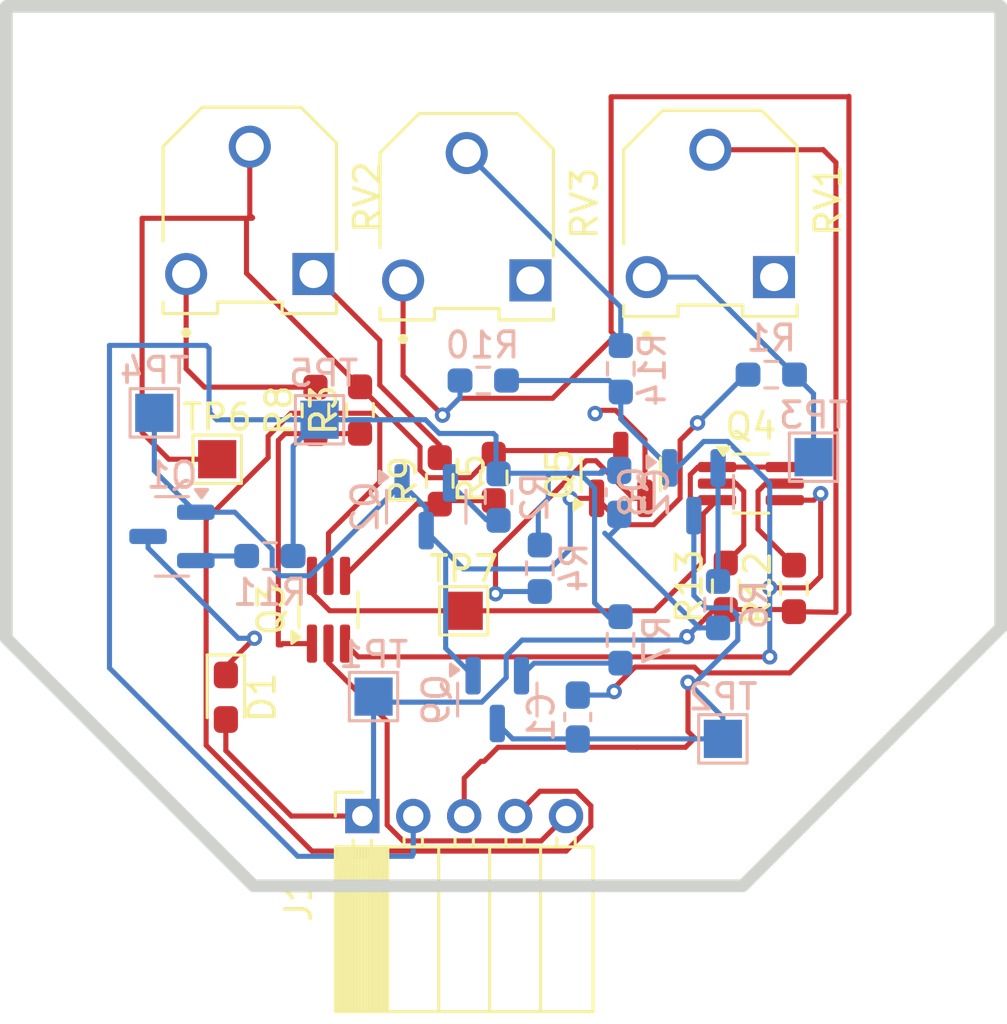
<source format=kicad_pcb>
(kicad_pcb (version 20240108) (generator "pcbnew") (generator_version "8.0")
  (layers (0 "F.Cu" signal) (31 "B.Cu" signal) (34 "B.Paste" user) (35 "F.Paste" user) (36 "B.SilkS" user "B.Silkscreen") (37 "F.SilkS" user "F.Silkscreen") (38 "B.Mask" user) (39 "F.Mask" user) (44 "Edge.Cuts" user))
  (net 0 "")
  (net 1 "OUT")
  (net 2 "Net-(C1-Pad1)")
  (net 3 "VDD")
  (net 4 "VSS")
  (net 5 "Net-(D1-K)")
  (net 6 "V+")
  (net 7 "V-")
  (net 8 "Net-(Q1-G)")
  (net 9 "Net-(Q1-S)")
  (net 10 "Net-(Q2-S)")
  (net 11 "/mirror")
  (net 12 "/difference")
  (net 13 "Net-(Q3B-SP)")
  (net 14 "Net-(Q3A-SN)")
  (net 15 "Net-(Q4B-SP)")
  (net 16 "Net-(Q4A-DN)")
  (net 17 "Net-(Q5-S)")
  (net 18 "/tail")
  (net 19 "Net-(Q8-D)")
  (net 20 "Net-(Q9-S)")
  (net 21 "/trim")
  (net 22 "Net-(R8-Pad2)")
  (net 23 "Net-(R9-Pad2)")
  (net 24 "Net-(R14-Pad2)")
  (footprint "Resistor_SMD:R_0603_1608Metric_Pad0.98x0.95mm_HandSolder" (layer "F.Cu") (at 130.48 63.48 90)
    (property "Reference" "R9" (at 0 -1.43 90) (layer "F.SilkS"))
    (property "Value" "100")
    (pad "1" smd roundrect (at -0.9125 0 90) (size 0.975 0.95) (layers "F.Cu" "F.Paste" "F.Mask") (net 13 "Net-(Q3B-SP)"))
    (pad "2" smd roundrect (at 0.9125 0 90) (size 0.975 0.95) (layers "F.Cu" "F.Paste" "F.Mask") (net 23 "Net-(R9-Pad2)"))
  )
  (footprint "Connector_PinSocket_2.00mm:PinSocket_1x05_P2.00mm_Horizontal" (layer "F.Cu") (at 127.44 76.64 90)
    (property "Reference" "J1" (at -3.31 -2.5 90) (layer "F.SilkS"))
    (property "Value" "Conn_01x05")
    (pad "1" thru_hole rect (at 0 0 90) (size 1.35 1.35) (drill 0.8) (layers "*.Cu" "*.Mask") (net 3 "VDD"))
    (pad "2" thru_hole oval (at 0 2 90) (size 1.35 1.35) (drill 0.8) (layers "*.Cu" "*.Mask") (net 4 "VSS"))
    (pad "3" thru_hole oval (at 0 4 90) (size 1.35 1.35) (drill 0.8) (layers "*.Cu" "*.Mask") (net 1 "OUT"))
    (pad "4" thru_hole oval (at 0 6 90) (size 1.35 1.35) (drill 0.8) (layers "*.Cu" "*.Mask") (net 6 "V+"))
    (pad "5" thru_hole oval (at 0 8 90) (size 1.35 1.35) (drill 0.8) (layers "*.Cu" "*.Mask") (net 7 "V-"))
  )
  (footprint "Diode_SMD:D_0603_1608Metric_Pad1.05x0.95mm_HandSolder" (layer "F.Cu") (at 122.08 71.975 -90)
    (property "Reference" "D1" (at 0 -1.43 90) (layer "F.SilkS"))
    (property "Value" "LED")
    (pad "1" smd roundrect (at -0.875 0 270) (size 1.05 0.95) (layers "F.Cu" "F.Paste" "F.Mask") (net 5 "Net-(D1-K)"))
    (pad "2" smd roundrect (at 0.875 0 270) (size 1.05 0.95) (layers "F.Cu" "F.Paste" "F.Mask") (net 3 "VDD"))
  )
  (footprint "Resistor_SMD:R_0603_1608Metric_Pad0.98x0.95mm_HandSolder" (layer "F.Cu") (at 141.7125 67.62 90)
    (property "Reference" "R13" (at 0 -1.43 90) (layer "F.SilkS"))
    (property "Value" "10")
    (pad "1" smd roundrect (at -0.9125 0 90) (size 0.975 0.95) (layers "F.Cu" "F.Paste" "F.Mask") (net 3 "VDD"))
    (pad "2" smd roundrect (at 0.9125 0 90) (size 0.975 0.95) (layers "F.Cu" "F.Paste" "F.Mask") (net 15 "Net-(Q4B-SP)"))
  )
  (footprint "AAMU Senior Design 2024-25:TRIM_3306F-1-501" (layer "F.Cu") (at 123.02 52.86 -90)
    (property "Reference" "RV2" (at -0.525 -4.625 90) (layer "F.SilkS"))
    (property "Value" "-500Ω")
    (pad "1" thru_hole rect (at 2.5 -2.5 270) (size 1.65 1.65) (drill 1.1) (layers "*.Cu" "*.Mask") (net 23 "Net-(R9-Pad2)"))
    (pad "2" thru_hole circle (at -2.5 0 270) (size 1.65 1.65) (drill 1.1) (layers "*.Cu" "*.Mask") (net 18 "/tail"))
    (pad "3" thru_hole circle (at 2.5 2.5 270) (size 1.65 1.65) (drill 1.1) (layers "*.Cu" "*.Mask") (net 22 "Net-(R8-Pad2)"))
  )
  (footprint "Resistor_SMD:R_0603_1608Metric_Pad0.98x0.95mm_HandSolder" (layer "F.Cu") (at 144.39 67.7025 90)
    (property "Reference" "R12" (at 0 -1.43 90) (layer "F.SilkS"))
    (property "Value" "10")
    (pad "1" smd roundrect (at -0.9125 0 90) (size 0.975 0.95) (layers "F.Cu" "F.Paste" "F.Mask") (net 3 "VDD"))
    (pad "2" smd roundrect (at 0.9125 0 90) (size 0.975 0.95) (layers "F.Cu" "F.Paste" "F.Mask") (net 16 "Net-(Q4A-DN)"))
  )
  (footprint "Resistor_SMD:R_0603_1608Metric_Pad0.98x0.95mm_HandSolder" (layer "F.Cu") (at 132.6 63.3425 90)
    (property "Reference" "R5" (at -0.0475 -0.88 90) (layer "F.SilkS"))
    (property "Value" "220")
    (pad "1" smd roundrect (at -0.9125 0 90) (size 0.975 0.95) (layers "F.Cu" "F.Paste" "F.Mask") (net 13 "Net-(Q3B-SP)"))
    (pad "2" smd roundrect (at 0.9125 0 90) (size 0.975 0.95) (layers "F.Cu" "F.Paste" "F.Mask") (net 18 "/tail"))
  )
  (footprint "Resistor_SMD:R_0603_1608Metric_Pad0.98x0.95mm_HandSolder" (layer "F.Cu") (at 127.35 60.7 90)
    (property "Reference" "R3" (at 0 -1.43 90) (layer "F.SilkS"))
    (property "Value" "220")
    (pad "1" smd roundrect (at -0.9125 0 90) (size 0.975 0.95) (layers "F.Cu" "F.Paste" "F.Mask") (net 14 "Net-(Q3A-SN)"))
    (pad "2" smd roundrect (at 0.9125 0 90) (size 0.975 0.95) (layers "F.Cu" "F.Paste" "F.Mask") (net 18 "/tail"))
  )
  (footprint "Package_TO_SOT_SMD:SOT-363_SC-70-6_Handsoldering" (layer "F.Cu") (at 126.11 68.54 90)
    (property "Reference" "Q3" (at 0 -2.25 90) (layer "F.SilkS"))
    (property "Value" "DMN2004DMK-7")
    (pad "1" smd roundrect (at -1.33 -0.65 90) (size 1.5 0.4) (layers "F.Cu" "F.Paste" "F.Mask") (net 14 "Net-(Q3A-SN)"))
    (pad "2" smd roundrect (at -1.33 0 90) (size 1.5 0.4) (layers "F.Cu" "F.Paste" "F.Mask") (net 7 "V-"))
    (pad "3" smd roundrect (at -1.33 0.65 90) (size 1.5 0.4) (layers "F.Cu" "F.Paste" "F.Mask") (net 12 "/difference"))
    (pad "4" smd roundrect (at 1.33 0.65 90) (size 1.5 0.4) (layers "F.Cu" "F.Paste" "F.Mask") (net 13 "Net-(Q3B-SP)"))
    (pad "5" smd roundrect (at 1.33 0 90) (size 1.5 0.4) (layers "F.Cu" "F.Paste" "F.Mask") (net 6 "V+"))
    (pad "6" smd roundrect (at 1.33 -0.65 90) (size 1.5 0.4) (layers "F.Cu" "F.Paste" "F.Mask") (net 11 "/mirror"))
  )
  (footprint "Package_TO_SOT_SMD:SOT-23" (layer "F.Cu") (at 137.59 63.2275 90)
    (property "Reference" "Q5" (at 0 -2.4 90) (layer "F.SilkS"))
    (property "Value" "DMN62DOU")
    (pad "1" smd roundrect (at -0.9375 -0.95 90) (size 1.475 0.6) (layers "F.Cu" "F.Paste" "F.Mask") (net 8 "Net-(Q1-G)"))
    (pad "2" smd roundrect (at -0.9375 0.95 90) (size 1.475 0.6) (layers "F.Cu" "F.Paste" "F.Mask") (net 17 "Net-(Q5-S)"))
    (pad "3" smd roundrect (at 0.9375 0 90) (size 1.475 0.6) (layers "F.Cu" "F.Paste" "F.Mask") (net 18 "/tail"))
  )
  (footprint "AAMU Senior Design 2024-25:TRIM_3306F-1-501" (layer "F.Cu") (at 131.54 53.11 -90)
    (property "Reference" "RV3" (at -0.525 -4.625 90) (layer "F.SilkS"))
    (property "Value" "-500Ω")
    (pad "1" thru_hole rect (at 2.5 -2.5 270) (size 1.65 1.65) (drill 1.1) (layers "*.Cu" "*.Mask"))
    (pad "2" thru_hole circle (at -2.5 0 270) (size 1.65 1.65) (drill 1.1) (layers "*.Cu" "*.Mask") (net 24 "Net-(R14-Pad2)"))
    (pad "3" thru_hole circle (at 2.5 2.5 270) (size 1.65 1.65) (drill 1.1) (layers "*.Cu" "*.Mask") (net 2 "Net-(C1-Pad1)"))
  )
  (footprint "Resistor_SMD:R_0603_1608Metric_Pad0.98x0.95mm_HandSolder" (layer "F.Cu") (at 125.6 60.7125 90)
    (property "Reference" "R8" (at 0 -1.43 90) (layer "F.SilkS"))
    (property "Value" "100")
    (pad "1" smd roundrect (at -0.9125 0 90) (size 0.975 0.95) (layers "F.Cu" "F.Paste" "F.Mask") (net 14 "Net-(Q3A-SN)"))
    (pad "2" smd roundrect (at 0.9125 0 90) (size 0.975 0.95) (layers "F.Cu" "F.Paste" "F.Mask") (net 22 "Net-(R8-Pad2)"))
  )
  (footprint "TestPoint:TestPoint_Pad_1.5x1.5mm" (layer "F.Cu") (at 131.42 68.58)
    (property "Reference" "TP7" (at 0 -1.648 0) (layer "F.SilkS"))
    (property "Value" "TestPoint")
    (pad "1" smd rect (at 0 0) (size 1.5 1.5) (layers "F.Cu" "F.Mask") (net 11 "/mirror"))
  )
  (footprint "AAMU Senior Design 2024-25:TRIM_3306F-1-501" (layer "F.Cu") (at 141.11 52.98 -90)
    (property "Reference" "RV1" (at -0.525 -4.625 90) (layer "F.SilkS"))
    (property "Value" "500Ω")
    (pad "1" thru_hole rect (at 2.5 -2.5 270) (size 1.65 1.65) (drill 1.1) (layers "*.Cu" "*.Mask"))
    (pad "2" thru_hole circle (at -2.5 0 270) (size 1.65 1.65) (drill 1.1) (layers "*.Cu" "*.Mask") (net 3 "VDD"))
    (pad "3" thru_hole circle (at 2.5 2.5 270) (size 1.65 1.65) (drill 1.1) (layers "*.Cu" "*.Mask") (net 21 "/trim"))
  )
  (footprint "Package_TO_SOT_SMD:SOT-363_SC-70-6_Handsoldering" (layer "F.Cu") (at 142.7 63.5875)
    (property "Reference" "Q4" (at 0 -2.25 0) (layer "F.SilkS"))
    (property "Value" "DMP2240UDM-7")
    (pad "1" smd roundrect (at -1.33 -0.65) (size 1.5 0.4) (layers "F.Cu" "F.Paste" "F.Mask") (net 11 "/mirror"))
    (pad "2" smd roundrect (at -1.33 0) (size 1.5 0.4) (layers "F.Cu" "F.Paste" "F.Mask") (net 15 "Net-(Q4B-SP)"))
    (pad "3" smd roundrect (at -1.33 0.65) (size 1.5 0.4) (layers "F.Cu" "F.Paste" "F.Mask") (net 11 "/mirror"))
    (pad "4" smd roundrect (at 1.33 0.65) (size 1.5 0.4) (layers "F.Cu" "F.Paste" "F.Mask") (net 12 "/difference"))
    (pad "5" smd roundrect (at 1.33 0) (size 1.5 0.4) (layers "F.Cu" "F.Paste" "F.Mask") (net 16 "Net-(Q4A-DN)"))
    (pad "6" smd roundrect (at 1.33 -0.65) (size 1.5 0.4) (layers "F.Cu" "F.Paste" "F.Mask") (net 11 "/mirror"))
  )
  (footprint "TestPoint:TestPoint_Pad_1.5x1.5mm" (layer "F.Cu") (at 121.74 62.63)
    (property "Reference" "TP6" (at 0 -1.648 0) (layer "F.SilkS"))
    (property "Value" "TestPoint")
    (pad "1" smd rect (at 0 0) (size 1.5 1.5) (layers "F.Cu" "F.Mask") (net 18 "/tail"))
  )
  (footprint "Resistor_SMD:R_0603_1608Metric_Pad0.98x0.95mm_HandSolder" (layer "B.Cu") (at 134.41 66.9125 90)
    (property "Reference" "R4" (at 0.0375 1.35 90) (layer "B.SilkS") (effects (justify mirror)))
    (property "Value" "10")
    (pad "1" smd roundrect (at -0.9125 0 90) (size 0.975 0.95) (layers "B.Cu" "B.Paste" "B.Mask") (net 17 "Net-(Q5-S)"))
    (pad "2" smd roundrect (at 0.9125 0 90) (size 0.975 0.95) (layers "B.Cu" "B.Paste" "B.Mask") (net 4 "VSS"))
  )
  (footprint "Resistor_SMD:R_0603_1608Metric_Pad0.98x0.95mm_HandSolder" (layer "B.Cu") (at 143.5 59.31 180)
    (property "Reference" "R1" (at 0 1.43 0) (layer "B.SilkS") (effects (justify mirror)))
    (property "Value" "680Ω")
    (pad "1" smd roundrect (at -0.9125 0 180) (size 0.975 0.95) (layers "B.Cu" "B.Paste" "B.Mask") (net 21 "/trim"))
    (pad "2" smd roundrect (at 0.9125 0 180) (size 0.975 0.95) (layers "B.Cu" "B.Paste" "B.Mask") (net 8 "Net-(Q1-G)"))
  )
  (footprint "Resistor_SMD:R_0603_1608Metric_Pad0.98x0.95mm_HandSolder" (layer "B.Cu") (at 132.79 64.1175 90)
    (property "Reference" "R2" (at 0 1.43 90) (layer "B.SilkS") (effects (justify mirror)))
    (property "Value" "10")
    (pad "1" smd roundrect (at -0.9125 0 90) (size 0.975 0.95) (layers "B.Cu" "B.Paste" "B.Mask") (net 10 "Net-(Q2-S)"))
    (pad "2" smd roundrect (at 0.9125 0 90) (size 0.975 0.95) (layers "B.Cu" "B.Paste" "B.Mask") (net 4 "VSS"))
  )
  (footprint "TestPoint:TestPoint_Pad_1.5x1.5mm" (layer "B.Cu") (at 141.6 73.61 180)
    (property "Reference" "TP2" (at 0 1.648 0) (layer "B.SilkS") (effects (justify mirror)))
    (property "Value" "TestPoint")
    (pad "1" smd rect (at 0 0 180) (size 1.5 1.5) (layers "B.Cu" "B.Mask") (net 1 "OUT"))
  )
  (footprint "Package_TO_SOT_SMD:SOT-23" (layer "B.Cu") (at 132.74 72.0675 -90)
    (property "Reference" "Q9" (at 0 2.4 90) (layer "B.SilkS") (effects (justify mirror)))
    (property "Value" "DMN62DOU")
    (pad "1" smd roundrect (at -0.9375 0.95 270) (size 1.475 0.6) (layers "B.Cu" "B.Paste" "B.Mask") (net 8 "Net-(Q1-G)"))
    (pad "2" smd roundrect (at -0.9375 -0.95 270) (size 1.475 0.6) (layers "B.Cu" "B.Paste" "B.Mask") (net 20 "Net-(Q9-S)"))
    (pad "3" smd roundrect (at 0.9375 0 270) (size 1.475 0.6) (layers "B.Cu" "B.Paste" "B.Mask") (net 1 "OUT"))
  )
  (footprint "Resistor_SMD:R_0603_1608Metric_Pad0.98x0.95mm_HandSolder" (layer "B.Cu") (at 141.41 68.34 90)
    (property "Reference" "R6" (at 0 1.43 90) (layer "B.SilkS") (effects (justify mirror)))
    (property "Value" "10")
    (pad "1" smd roundrect (at -0.9125 0 90) (size 0.975 0.95) (layers "B.Cu" "B.Paste" "B.Mask") (net 3 "VDD"))
    (pad "2" smd roundrect (at 0.9125 0 90) (size 0.975 0.95) (layers "B.Cu" "B.Paste" "B.Mask") (net 19 "Net-(Q8-D)"))
  )
  (footprint "Resistor_SMD:R_0603_1608Metric_Pad0.98x0.95mm_HandSolder" (layer "B.Cu") (at 132.19 59.54 180)
    (property "Reference" "R10" (at 0.03 1.39 0) (layer "B.SilkS") (effects (justify mirror)))
    (property "Value" "DNP")
    (pad "1" smd roundrect (at -0.9125 0 180) (size 0.975 0.95) (layers "B.Cu" "B.Paste" "B.Mask") (net 12 "/difference"))
    (pad "2" smd roundrect (at 0.9125 0 180) (size 0.975 0.95) (layers "B.Cu" "B.Paste" "B.Mask") (net 2 "Net-(C1-Pad1)"))
  )
  (footprint "Resistor_SMD:R_0603_1608Metric_Pad0.98x0.95mm_HandSolder" (layer "B.Cu") (at 137.59 59.08 90)
    (property "Reference" "R14" (at -0.0325 1.24 90) (layer "B.SilkS") (effects (justify mirror)))
    (property "Value" "10")
    (pad "1" smd roundrect (at -0.9125 0 90) (size 0.975 0.95) (layers "B.Cu" "B.Paste" "B.Mask") (net 12 "/difference"))
    (pad "2" smd roundrect (at 0.9125 0 90) (size 0.975 0.95) (layers "B.Cu" "B.Paste" "B.Mask") (net 24 "Net-(R14-Pad2)"))
  )
  (footprint "Package_TO_SOT_SMD:SOT-23" (layer "B.Cu") (at 119.9625 65.66 180)
    (property "Reference" "Q1" (at 0 2.4 0) (layer "B.SilkS") (effects (justify mirror)))
    (property "Value" "DMN62DOU")
    (pad "1" smd roundrect (at -0.9375 0.95 180) (size 1.475 0.6) (layers "B.Cu" "B.Paste" "B.Mask") (net 8 "Net-(Q1-G)"))
    (pad "2" smd roundrect (at -0.9375 -0.95 180) (size 1.475 0.6) (layers "B.Cu" "B.Paste" "B.Mask") (net 9 "Net-(Q1-S)"))
    (pad "3" smd roundrect (at 0.9375 0 180) (size 1.475 0.6) (layers "B.Cu" "B.Paste" "B.Mask") (net 5 "Net-(D1-K)"))
  )
  (footprint "Resistor_SMD:R_0603_1608Metric_Pad0.98x0.95mm_HandSolder" (layer "B.Cu") (at 123.81 66.43)
    (property "Reference" "R11" (at 0 1.43 0) (layer "B.SilkS") (effects (justify mirror)))
    (property "Value" "10")
    (pad "1" smd roundrect (at -0.9125 0) (size 0.975 0.95) (layers "B.Cu" "B.Paste" "B.Mask") (net 9 "Net-(Q1-S)"))
    (pad "2" smd roundrect (at 0.9125 0) (size 0.975 0.95) (layers "B.Cu" "B.Paste" "B.Mask") (net 4 "VSS"))
  )
  (footprint "TestPoint:TestPoint_Pad_1.5x1.5mm" (layer "B.Cu") (at 145.16 62.55 180)
    (property "Reference" "TP3" (at 0 1.648 0) (layer "B.SilkS") (effects (justify mirror)))
    (property "Value" "TestPoint")
    (pad "1" smd rect (at 0 0 180) (size 1.5 1.5) (layers "B.Cu" "B.Mask") (net 21 "/trim"))
  )
  (footprint "Package_TO_SOT_SMD:SOT-23" (layer "B.Cu") (at 140.46 63.9075 -90)
    (property "Reference" "Q8" (at 0 2.4 90) (layer "B.SilkS") (effects (justify mirror)))
    (property "Value" "DMP510DL")
    (pad "1" smd roundrect (at -0.9375 0.95 270) (size 1.475 0.6) (layers "B.Cu" "B.Paste" "B.Mask") (net 12 "/difference"))
    (pad "2" smd roundrect (at -0.9375 -0.95 270) (size 1.475 0.6) (layers "B.Cu" "B.Paste" "B.Mask") (net 19 "Net-(Q8-D)"))
    (pad "3" smd roundrect (at 0.9375 0 270) (size 1.475 0.6) (layers "B.Cu" "B.Paste" "B.Mask") (net 1 "OUT"))
  )
  (footprint "TestPoint:TestPoint_Pad_1.5x1.5mm" (layer "B.Cu") (at 127.88 71.95 180)
    (property "Reference" "TP1" (at 0 1.648 0) (layer "B.SilkS") (effects (justify mirror)))
    (property "Value" "TestPoint")
    (pad "1" smd rect (at 0 0 180) (size 1.5 1.5) (layers "B.Cu" "B.Mask") (net 3 "VDD"))
  )
  (footprint "Package_TO_SOT_SMD:SOT-23" (layer "B.Cu") (at 129.95 64.4975 -90)
    (property "Reference" "Q2" (at 0 2.4 90) (layer "B.SilkS") (effects (justify mirror)))
    (property "Value" "DMN62DOU")
    (pad "1" smd roundrect (at -0.9375 0.95 270) (size 1.475 0.6) (layers "B.Cu" "B.Paste" "B.Mask") (net 8 "Net-(Q1-G)"))
    (pad "2" smd roundrect (at -0.9375 -0.95 270) (size 1.475 0.6) (layers "B.Cu" "B.Paste" "B.Mask") (net 10 "Net-(Q2-S)"))
    (pad "3" smd roundrect (at 0.9375 0 270) (size 1.475 0.6) (layers "B.Cu" "B.Paste" "B.Mask") (net 8 "Net-(Q1-G)"))
  )
  (footprint "TestPoint:TestPoint_Pad_1.5x1.5mm" (layer "B.Cu") (at 125.76 61.08 180)
    (property "Reference" "TP5" (at -0.16 1.82 0) (layer "B.SilkS") (effects (justify mirror)))
    (property "Value" "TestPoint")
    (pad "1" smd rect (at 0 0 180) (size 1.5 1.5) (layers "B.Cu" "B.Mask") (net 4 "VSS"))
  )
  (footprint "Capacitor_SMD:C_0603_1608Metric_Pad1.08x0.95mm_HandSolder" (layer "B.Cu") (at 135.9 72.7525 -90)
    (property "Reference" "C1" (at 0 1.43 90) (layer "B.SilkS") (effects (justify mirror)))
    (property "Value" "0.001µF")
    (pad "1" smd roundrect (at -0.8625 0 270) (size 1.075 0.95) (layers "B.Cu" "B.Paste" "B.Mask") (net 2 "Net-(C1-Pad1)"))
    (pad "2" smd roundrect (at 0.8625 0 270) (size 1.075 0.95) (layers "B.Cu" "B.Paste" "B.Mask") (net 1 "OUT"))
  )
  (footprint "TestPoint:TestPoint_Pad_1.5x1.5mm" (layer "B.Cu") (at 119.27 60.81 180)
    (property "Reference" "TP4" (at 0 1.66 0) (layer "B.SilkS") (effects (justify mirror)))
    (property "Value" "TestPoint")
    (pad "1" smd rect (at 0 0 180) (size 1.5 1.5) (layers "B.Cu" "B.Mask") (net 8 "Net-(Q1-G)"))
  )
  (footprint "Capacitor_SMD:C_0603_1608Metric_Pad1.08x0.95mm_HandSolder" (layer "B.Cu") (at 137.53 63.93 90)
    (property "Reference" "C2" (at 0 1.43 90) (layer "B.SilkS") (effects (justify mirror)))
    (property "Value" "10µF")
    (pad "1" smd roundrect (at -0.8625 0 90) (size 1.075 0.95) (layers "B.Cu" "B.Paste" "B.Mask") (net 3 "VDD"))
    (pad "2" smd roundrect (at 0.8625 0 90) (size 1.075 0.95) (layers "B.Cu" "B.Paste" "B.Mask") (net 4 "VSS"))
  )
  (footprint "Resistor_SMD:R_0603_1608Metric_Pad0.98x0.95mm_HandSolder" (layer "B.Cu") (at 137.58 69.7225 90)
    (property "Reference" "R7" (at 0 1.43 90) (layer "B.SilkS") (effects (justify mirror)))
    (property "Value" "10")
    (pad "1" smd roundrect (at -0.9125 0 90) (size 0.975 0.95) (layers "B.Cu" "B.Paste" "B.Mask") (net 20 "Net-(Q9-S)"))
    (pad "2" smd roundrect (at 0.9125 0 90) (size 0.975 0.95) (layers "B.Cu" "B.Paste" "B.Mask") (net 4 "VSS"))
  )
  (gr_poly (pts (xy 113.46 44.85) (xy 152.51 44.85) (xy 152.51 69.25) (xy 142.38 79.38) (xy 123.17 79.38) (xy 113.46 69.67)) (stroke (width 0.5)) (fill none) (layer "Edge.Cuts"))
  (segment (start 138.23 73.94) (end 140.13 73.94) (width 0.2) (layer "F.Cu") (net 1))
  (segment (start 131.44 76.64) (end 131.44 75.15) (width 0.2) (layer "F.Cu") (net 1))
  (segment (start 140.13 73.94) (end 140.49 73.58) (width 0.2) (layer "F.Cu") (net 1))
  (segment (start 140.23 71.31) (end 140.23 71.39) (width 0.2) (layer "F.Cu") (net 1))
  (segment (start 140.49 73.58) (end 140.23 73.32) (width 0.2) (layer "F.Cu") (net 1))
  (segment (start 140.23 73.32) (end 140.23 71.39) (width 0.2) (layer "F.Cu") (net 1))
  (segment (start 132.1 74.49) (end 132.22 74.49) (width 0.2) (layer "F.Cu") (net 1))
  (segment (start 132.77 73.94) (end 138.23 73.94) (width 0.2) (layer "F.Cu") (net 1))
  (segment (start 131.44 75.15) (end 132.1 74.49) (width 0.2) (layer "F.Cu") (net 1))
  (segment (start 132.22 74.49) (end 132.77 73.94) (width 0.2) (layer "F.Cu") (net 1))
  (via (at 140.23 71.39) (size 0.6) (drill 0.3) (layers "F.Cu" "B.Cu") (net 1))
  (segment (start 141.876722 68.465) (end 142.185 68.773278) (width 0.2) (layer "B.Cu") (net 1))
  (segment (start 141.6 72.76) (end 140.23 71.39) (width 0.2) (layer "B.Cu") (net 1))
  (segment (start 142.185 69.731722) (end 140.526722 71.39) (width 0.2) (layer "B.Cu") (net 1))
  (segment (start 141.6 73.61) (end 141.6 72.76) (width 0.2) (layer "B.Cu") (net 1))
  (segment (start 140.46 64.845) (end 140.46 67.981722) (width 0.2) (layer "B.Cu") (net 1))
  (segment (start 142.185 68.773278) (end 142.185 69.731722) (width 0.2) (layer "B.Cu") (net 1))
  (segment (start 140.526722 71.39) (end 140.23 71.39) (width 0.2) (layer "B.Cu") (net 1))
  (segment (start 140.943278 68.465) (end 141.876722 68.465) (width 0.2) (layer "B.Cu") (net 1))
  (segment (start 141.6 73.61) (end 133.345 73.61) (width 0.2) (layer "B.Cu") (net 1))
  (segment (start 133.345 73.61) (end 132.74 73.005) (width 0.2) (layer "B.Cu") (net 1))
  (segment (start 140.46 67.981722) (end 140.943278 68.465) (width 0.2) (layer "B.Cu") (net 1))
  (segment (start 129.04 55.61) (end 129.04 59.35) (width 0.2) (layer "F.Cu") (net 2))
  (segment (start 138.15 70.79) (end 137.331151 71.608849) (width 0.2) (layer "F.Cu") (net 2))
  (segment (start 130.59 60.9) (end 131.253129 60.236871) (width 0.2) (layer "F.Cu") (net 2))
  (segment (start 146.55 48.38) (end 146.55 68.695685) (width 0.2) (layer "F.Cu") (net 2))
  (segment (start 144.225685 71.02) (end 140.708529 71.02) (width 0.2) (layer "F.Cu") (net 2))
  (segment (start 131.253129 60.236871) (end 134.913129 60.236871) (width 0.2) (layer "F.Cu") (net 2))
  (segment (start 140.478529 70.79) (end 138.15 70.79) (width 0.2) (layer "F.Cu") (net 2))
  (segment (start 137.37 57.78) (end 137.21 57.62) (width 0.2) (layer "F.Cu") (net 2))
  (segment (start 137.331151 71.608849) (end 137.331151 71.75) (width 0.2) (layer "F.Cu") (net 2))
  (segment (start 140.708529 71.02) (end 140.478529 70.79) (width 0.2) (layer "F.Cu") (net 2))
  (segment (start 137.21 57.62) (end 137.21 48.4) (width 0.2) (layer "F.Cu") (net 2))
  (segment (start 134.913129 60.236871) (end 137.37 57.78) (width 0.2) (layer "F.Cu") (net 2))
  (segment (start 129.04 59.35) (end 130.59 60.9) (width 0.2) (layer "F.Cu") (net 2))
  (segment (start 137.21 48.4) (end 146.53 48.4) (width 0.2) (layer "F.Cu") (net 2))
  (segment (start 146.55 68.695685) (end 144.225685 71.02) (width 0.2) (layer "F.Cu") (net 2))
  (via (at 137.331151 71.75) (size 0.6) (drill 0.3) (layers "F.Cu" "B.Cu") (net 2))
  (via (at 130.59 60.9) (size 0.6) (drill 0.3) (layers "F.Cu" "B.Cu") (net 2))
  (segment (start 137.191151 71.89) (end 137.331151 71.75) (width 0.2) (layer "B.Cu") (net 2))
  (segment (start 135.9 71.89) (end 137.191151 71.89) (width 0.2) (layer "B.Cu") (net 2))
  (segment (start 131.2775 60.2125) (end 130.59 60.9) (width 0.2) (layer "B.Cu") (net 2))
  (segment (start 131.2775 59.54) (end 131.2775 60.2125) (width 0.2) (layer "B.Cu") (net 2))
  (segment (start 122.08 72.85) (end 122.08 74.07) (width 0.2) (layer "F.Cu") (net 3))
  (segment (start 122.08 74.07) (end 124.65 76.64) (width 0.2) (layer "F.Cu") (net 3))
  (segment (start 124.65 76.64) (end 127.44 76.64) (width 0.2) (layer "F.Cu") (net 3))
  (segment (start 141.7125 68.5325) (end 141.2575 68.5325) (width 0.2) (layer "F.Cu") (net 3))
  (segment (start 141.2575 68.5325) (end 140.19 69.6) (width 0.2) (layer "F.Cu") (net 3))
  (segment (start 144.39 68.615) (end 146.04 68.64) (width 0.2) (layer "F.Cu") (net 3))
  (segment (start 145.54 50.48) (end 145.63 50.57) (width 0.2) (layer "F.Cu") (net 3))
  (segment (start 146.04 68.64) (end 146.04 50.98) (width 0.2) (layer "F.Cu") (net 3))
  (segment (start 145.63 50.57) (end 145.53 50.47) (width 0.2) (layer "F.Cu") (net 3))
  (segment (start 141.11 50.48) (end 145.54 50.48) (width 0.2) (layer "F.Cu") (net 3))
  (segment (start 146.04 50.98) (end 145.63 50.57) (width 0.2) (layer "F.Cu") (net 3))
  (segment (start 141.7125 68.5325) (end 144.3075 68.5325) (width 0.2) (layer "F.Cu") (net 3))
  (segment (start 144.3075 68.5325) (end 144.39 68.615) (width 0.2) (layer "F.Cu") (net 3))
  (via (at 140.19 69.6) (size 0.6) (drill 0.3) (layers "F.Cu" "B.Cu") (net 3))
  (segment (start 128.0975 72.1675) (end 132.130552 72.1675) (width 0.2) (layer "B.Cu") (net 3))
  (segment (start 140.68 69.2525) (end 137.10375 65.67625) (width 0.2) (layer "B.Cu") (net 3))
  (segment (start 137.10375 65.67625) (end 136.96 65.5325) (width 0.2) (layer "B.Cu") (net 3))
  (segment (start 140.68 69.2525) (end 140.5375 69.2525) (width 0.2) (layer "B.Cu") (net 3))
  (segment (start 140.5375 69.2525) (end 140.19 69.6) (width 0.2) (layer "B.Cu") (net 3))
  (segment (start 127.88 76.2) (end 127.44 76.64) (width 0.2) (layer "B.Cu") (net 3))
  (segment (start 140.06 69.73) (end 140.19 69.6) (width 0.2) (layer "B.Cu") (net 3))
  (segment (start 137.10375 65.67625) (end 137.53 65.25) (width 0.2) (layer "B.Cu") (net 3))
  (segment (start 133.09 70.351948) (end 133.711948 69.73) (width 0.2) (layer "B.Cu") (net 3))
  (segment (start 137.53 65.25) (end 137.53 64.7925) (width 0.2) (layer "B.Cu") (net 3))
  (segment (start 141.41 69.2525) (end 140.68 69.2525) (width 0.2) (layer "B.Cu") (net 3))
  (segment (start 133.09 71.208052) (end 133.09 70.351948) (width 0.2) (layer "B.Cu") (net 3))
  (segment (start 127.88 71.95) (end 127.88 76.2) (width 0.2) (layer "B.Cu") (net 3))
  (segment (start 133.711948 69.73) (end 140.06 69.73) (width 0.2) (layer "B.Cu") (net 3))
  (segment (start 132.130552 72.1675) (end 133.09 71.208052) (width 0.2) (layer "B.Cu") (net 3))
  (segment (start 127.88 71.95) (end 128.0975 72.1675) (width 0.2) (layer "B.Cu") (net 3))
  (segment (start 132.64 63.18) (end 134.74 63.18) (width 0.2) (layer "B.Cu") (net 4))
  (segment (start 121.72 61.08) (end 121.45 60.81) (width 0.2) (layer "B.Cu") (net 4))
  (segment (start 125.76 61.08) (end 121.72 61.08) (width 0.2) (layer "B.Cu") (net 4))
  (segment (start 129.921471 61.08) (end 125.76 61.08) (width 0.2) (layer "B.Cu") (net 4))
  (segment (start 121.45 60.68) (end 121.42 60.65) (width 0.2) (layer "B.Cu") (net 4))
  (segment (start 135.97 63.18) (end 136.76 63.18) (width 0.2) (layer "B.Cu") (net 4))
  (segment (start 117.51 70.83) (end 124.9 78.22) (width 0.2) (layer "B.Cu") (net 4))
  (segment (start 134.35 66.15) (end 134.35 64.571471) (width 0.2) (layer "B.Cu") (net 4))
  (segment (start 136.76 63.18) (end 136.86 63.18) (width 0.2) (layer "B.Cu") (net 4))
  (segment (start 134.74 63.18) (end 135.97 63.18) (width 0.2) (layer "B.Cu") (net 4))
  (segment (start 132.69 61.72) (end 132.59 61.62) (width 0.2) (layer "B.Cu") (net 4))
  (segment (start 132.69 63.2075) (end 132.69 61.72) (width 0.2) (layer "B.Cu") (net 4))
  (segment (start 125.76 61.08) (end 124.7225 62.1175) (width 0.2) (layer "B.Cu") (net 4))
  (segment (start 134.35 64.571471) (end 134.74 64.181471) (width 0.2) (layer "B.Cu") (net 4))
  (segment (start 134.74 64.181471) (end 134.74 63.18) (width 0.2) (layer "B.Cu") (net 4))
  (segment (start 121.31 58.16) (end 117.51 58.16) (width 0.2) (layer "B.Cu") (net 4))
  (segment (start 136.56 63.77) (end 135.97 63.18) (width 0.2) (layer "B.Cu") (net 4))
  (segment (start 136.86 63.18) (end 136.96 63.08) (width 0.2) (layer "B.Cu") (net 4))
  (segment (start 137.23 68.9375) (end 136.56 68.2675) (width 0.2) (layer "B.Cu") (net 4))
  (segment (start 124.9 78.22) (end 129.4 78.22) (width 0.2) (layer "B.Cu") (net 4))
  (segment (start 129.4 78.22) (end 129.4 78.17) (width 0.2) (layer "B.Cu") (net 4))
  (segment (start 136.56 68.2675) (end 136.56 63.77) (width 0.2) (layer "B.Cu") (net 4))
  (segment (start 129.758052 61.08) (end 125.76 61.08) (width 0.2) (layer "B.Cu") (net 4))
  (segment (start 121.42 60.65) (end 121.42 58.27) (width 0.2) (layer "B.Cu") (net 4))
  (segment (start 132.59 61.62) (end 130.461472 61.62) (width 0.2) (layer "B.Cu") (net 4))
  (segment (start 130.425736 61.584264) (end 129.921471 61.08) (width 0.2) (layer "B.Cu") (net 4))
  (segment (start 129.4 78.17) (end 129.44 78.13) (width 0.2) (layer "B.Cu") (net 4))
  (segment (start 121.42 58.27) (end 121.31 58.16) (width 0.2) (layer "B.Cu") (net 4))
  (segment (start 129.44 78.13) (end 129.44 76.64) (width 0.2) (layer "B.Cu") (net 4))
  (segment (start 130.461472 61.62) (end 130.425736 61.584264) (width 0.2) (layer "B.Cu") (net 4))
  (segment (start 121.45 60.81) (end 121.45 60.68) (width 0.2) (layer "B.Cu") (net 4))
  (segment (start 136.76 63.18) (end 136.8725 63.0675) (width 0.2) (layer "B.Cu") (net 4))
  (segment (start 136.8725 63.0675) (end 137.53 63.0675) (width 0.2) (layer "B.Cu") (net 4))
  (segment (start 117.51 58.16) (end 117.51 70.83) (width 0.2) (layer "B.Cu") (net 4))
  (segment (start 124.7225 62.1175) (end 124.7225 66.43) (width 0.2) (layer "B.Cu") (net 4))
  (segment (start 123.28 69.58) (end 123.2 69.66) (width 0.2) (layer "F.Cu") (net 5))
  (segment (start 122.08 70.78) (end 123.2 69.66) (width 0.2) (layer "F.Cu") (net 5))
  (segment (start 122.08 71.1) (end 122.08 70.78) (width 0.2) (layer "F.Cu") (net 5))
  (via (at 123.2 69.66) (size 0.6) (drill 0.3) (layers "F.Cu" "B.Cu") (net 5))
  (segment (start 122.571948 69.66) (end 123.2 69.66) (width 0.2) (layer "B.Cu") (net 5))
  (segment (start 119.025 65.66) (end 119.025 66.113052) (width 0.2) (layer "B.Cu") (net 5))
  (segment (start 119.025 66.113052) (end 122.571948 69.66) (width 0.2) (layer "B.Cu") (net 5))
  (segment (start 135.843859 75.665) (end 136.415 76.236141) (width 0.2) (layer "F.Cu") (net 6))
  (segment (start 136.415 77.043859) (end 135.443859 78.015) (width 0.2) (layer "F.Cu") (net 6))
  (segment (start 125.459314 78.015) (end 121.305 73.860686) (width 0.2) (layer "F.Cu") (net 6))
  (segment (start 127.816722 60.825) (end 128.125 61.133278) (width 0.2) (layer "F.Cu") (net 6))
  (segment (start 128.125 63.525) (end 126.11 65.54) (width 0.2) (layer "F.Cu") (net 6))
  (segment (start 135.443859 78.015) (end 125.459314 78.015) (width 0.2) (layer "F.Cu") (net 6))
  (segment (start 121.305 73.860686) (end 121.305 65.005) (width 0.2) (layer "F.Cu") (net 6))
  (segment (start 124.639314 60.825) (end 127.816722 60.825) (width 0.2) (layer "F.Cu") (net 6))
  (segment (start 123.74 62.57) (end 123.74 61.724314) (width 0.2) (layer "F.Cu") (net 6))
  (segment (start 123.74 61.724314) (end 124.639314 60.825) (width 0.2) (layer "F.Cu") (net 6))
  (segment (start 128.125 61.133278) (end 128.125 63.525) (width 0.2) (layer "F.Cu") (net 6))
  (segment (start 121.305 65.005) (end 123.74 62.57) (width 0.2) (layer "F.Cu") (net 6))
  (segment (start 134.415 75.665) (end 135.843859 75.665) (width 0.2) (layer "F.Cu") (net 6))
  (segment (start 126.11 67.21) (end 126.11 65.54) (width 0.2) (layer "F.Cu") (net 6))
  (segment (start 133.44 76.64) (end 134.415 75.665) (width 0.2) (layer "F.Cu") (net 6))
  (segment (start 136.415 76.236141) (end 136.415 77.043859) (width 0.2) (layer "F.Cu") (net 6))
  (segment (start 128.415 76.993859) (end 129.036141 77.615) (width 0.2) (layer "F.Cu") (net 7))
  (segment (start 126.11 69.87) (end 126.11 70.619999) (width 0.2) (layer "F.Cu") (net 7))
  (segment (start 126.11 70.619999) (end 128.415 72.924999) (width 0.2) (layer "F.Cu") (net 7))
  (segment (start 134.465 77.615) (end 135.44 76.64) (width 0.2) (layer "F.Cu") (net 7))
  (segment (start 129.036141 77.615) (end 134.465 77.615) (width 0.2) (layer "F.Cu") (net 7))
  (segment (start 128.415 72.924999) (end 128.415 76.993859) (width 0.2) (layer "F.Cu") (net 7))
  (segment (start 140.67 61.14) (end 140.605 61.205) (width 0.2) (layer "F.Cu") (net 8))
  (segment (start 139.92 61.89) (end 140.605 61.205) (width 0.2) (layer "F.Cu") (net 8))
  (segment (start 135.57 64.13) (end 135.605 64.165) (width 0.2) (layer "F.Cu") (net 8))
  (segment (start 139.92 64.163052) (end 139.92 61.89) (width 0.2) (layer "F.Cu") (net 8))
  (segment (start 137.6775 65.2025) (end 138.880552 65.2025) (width 0.2) (layer "F.Cu") (net 8))
  (segment (start 136.64 64.165) (end 135.605 64.165) (width 0.2) (layer "F.Cu") (net 8))
  (segment (start 138.880552 65.2025) (end 139.92 64.163052) (width 0.2) (layer "F.Cu") (net 8))
  (segment (start 136.64 64.165) (end 137.6775 65.2025) (width 0.2) (layer "F.Cu") (net 8))
  (via (at 135.605 64.165) (size 0.6) (drill 0.3) (layers "F.Cu" "B.Cu") (net 8))
  (via (at 140.605 61.205) (size 0.6) (drill 0.3) (layers "F.Cu" "B.Cu") (net 8))
  (segment (start 125.375 67.205) (end 128.99 63.59) (width 0.2) (layer "B.Cu") (net 8))
  (segment (start 124.205 67.205) (end 125.375 67.205) (width 0.2) (layer "B.Cu") (net 8))
  (segment (start 123.9 66.178278) (end 123.9 66.9) (width 0.2) (layer "B.Cu") (net 8))
  (segment (start 129.94 65.465) (end 131.4125 66.9375) (width 0.2) (layer "B.Cu") (net 8))
  (segment (start 130.7125 66.2375) (end 129.94 65.465) (width 0.2) (layer "B.Cu") (net 8))
  (segment (start 129.94 65.465) (end 129.94 64.54) (width 0.2) (layer "B.Cu") (net 8))
  (segment (start 134.816722 66.9375) (end 135.605 66.149222) (width 0.2) (layer "B.Cu") (net 8))
  (segment (start 130.7125 70.0525) (end 130.7125 66.2375) (width 0.2) (layer "B.Cu") (net 8))
  (segment (start 120.9 64.71) (end 122.431722 64.71) (width 0.2) (layer "B.Cu") (net 8))
  (segment (start 131.79 71.13) (end 130.7125 70.0525) (width 0.2) (layer "B.Cu") (net 8))
  (segment (start 131.4125 66.9375) (end 134.816722 66.9375) (width 0.2) (layer "B.Cu") (net 8))
  (segment (start 119.27 63.08) (end 120.9 64.71) (width 0.2) (layer "B.Cu") (net 8))
  (segment (start 135.605 66.149222) (end 135.605 64.165) (width 0.2) (layer "B.Cu") (net 8))
  (segment (start 123.9 66.9) (end 124.205 67.205) (width 0.2) (layer "B.Cu") (net 8))
  (segment (start 142.5 59.31) (end 140.605 61.205) (width 0.2) (layer "B.Cu") (net 8))
  (segment (start 142.5875 59.31) (end 142.5 59.31) (width 0.2) (layer "B.Cu") (net 8))
  (segment (start 129.94 64.54) (end 128.99 63.59) (width 0.2) (layer "B.Cu") (net 8))
  (segment (start 119.27 60.81) (end 119.27 63.08) (width 0.2) (layer "B.Cu") (net 8))
  (segment (start 122.431722 64.71) (end 123.9 66.178278) (width 0.2) (layer "B.Cu") (net 8))
  (segment (start 121.08 66.43) (end 120.9 66.61) (width 0.2) (layer "B.Cu") (net 9))
  (segment (start 122.8975 66.43) (end 121.08 66.43) (width 0.2) (layer "B.Cu") (net 9))
  (segment (start 132.64 65.005) (end 132.305 65.005) (width 0.2) (layer "B.Cu") (net 10))
  (segment (start 132.305 65.005) (end 130.89 63.59) (width 0.2) (layer "B.Cu") (net 10))
  (segment (start 138.91 68.58) (end 140.83 66.66) (width 0.2) (layer "F.Cu") (net 11))
  (segment (start 125.46 67.21) (end 125.46 67.878456) (width 0.2) (layer "F.Cu") (net 11))
  (segment (start 140.620001 62.9375) (end 140.32 63.237501) (width 0.2) (layer "F.Cu") (net 11))
  (segment (start 141.37 62.9375) (end 144.03 62.9375) (width 0.2) (layer "F.Cu") (net 11))
  (segment (start 140.83 64.7775) (end 141.37 64.2375) (width 0.2) (layer "F.Cu") (net 11))
  (segment (start 141.37 62.9375) (end 140.620001 62.9375) (width 0.2) (layer "F.Cu") (net 11))
  (segment (start 125.46 67.878456) (end 126.161544 68.58) (width 0.2) (layer "F.Cu") (net 11))
  (segment (start 140.32 63.237501) (end 140.32 64.12) (width 0.2) (layer "F.Cu") (net 11))
  (segment (start 126.161544 68.58) (end 131.42 68.58) (width 0.2) (layer "F.Cu") (net 11))
  (segment (start 140.83 66.66) (end 140.83 64.7775) (width 0.2) (layer "F.Cu") (net 11))
  (segment (start 131.42 68.58) (end 138.91 68.58) (width 0.2) (layer "F.Cu") (net 11))
  (segment (start 140.4375 64.2375) (end 141.37 64.2375) (width 0.2) (layer "F.Cu") (net 11))
  (segment (start 140.32 64.12) (end 140.4375 64.2375) (width 0.2) (layer "F.Cu") (net 11))
  (segment (start 145.1725 64.2375) (end 145.42 63.99) (width 0.2) (layer "F.Cu") (net 12))
  (segment (start 144.03 64.2375) (end 145.1725 64.2375) (width 0.2) (layer "F.Cu") (net 12))
  (segment (start 126.76 69.87) (end 127.28 70.39) (width 0.2) (layer "F.Cu") (net 12))
  (segment (start 145.43 63.98) (end 145.44 63.98) (width 0.2) (layer "F.Cu") (net 12))
  (segment (start 145.42 63.99) (end 145.43 63.98) (width 0.2) (layer "F.Cu") (net 12))
  (segment (start 145.44 67.23) (end 145.44 63.98) (width 0.2) (layer "F.Cu") (net 12))
  (segment (start 127.28 70.39) (end 143.44 70.39) (width 0.2) (layer "F.Cu") (net 12))
  (segment (start 143.44 67.68) (end 144.99 67.68) (width 0.2) (layer "F.Cu") (net 12))
  (segment (start 144.99 67.68) (end 145.44 67.23) (width 0.2) (layer "F.Cu") (net 12))
  (via (at 143.44 67.68) (size 0.6) (drill 0.3) (layers "F.Cu" "B.Cu") (net 12))
  (via (at 145.44 63.98) (size 0.6) (drill 0.3) (layers "F.Cu" "B.Cu") (net 12))
  (via (at 143.44 70.39) (size 0.6) (drill 0.3) (layers "F.Cu" "B.Cu") (net 12))
  (segment (start 133.1025 59.54) (end 137.1375 59.54) (width 0.2) (layer "B.Cu") (net 12))
  (segment (start 137.1375 59.54) (end 137.59 59.9925) (width 0.2) (layer "B.Cu") (net 12))
  (segment (start 137.59 61.05) (end 139.51 62.97) (width 0.2) (layer "B.Cu") (net 12))
  (segment (start 137.59 59.9925) (end 137.59 61.05) (width 0.2) (layer "B.Cu") (net 12))
  (segment (start 140.847499 61.9325) (end 141.7925 61.9325) (width 0.2) (layer "B.Cu") (net 12))
  (segment (start 143.44 63.58) (end 143.44 70.39) (width 0.2) (layer "B.Cu") (net 12))
  (segment (start 139.51 62.97) (end 139.809999 62.97) (width 0.2) (layer "B.Cu") (net 12))
  (segment (start 139.809999 62.97) (end 140.847499 61.9325) (width 0.2) (layer "B.Cu") (net 12))
  (segment (start 141.7925 61.9325) (end 143.44 63.58) (width 0.2) (layer "B.Cu") (net 12))
  (segment (start 130.73 64.255) (end 132.6 64.255) (width 0.2) (layer "F.Cu") (net 13))
  (segment (start 130.48 64.3925) (end 130.5925 64.3925) (width 0.2) (layer "F.Cu") (net 13))
  (segment (start 129.5775 64.3925) (end 130.48 64.3925) (width 0.2) (layer "F.Cu") (net 13))
  (segment (start 126.76 67.21) (end 129.5775 64.3925) (width 0.2) (layer "F.Cu") (net 13))
  (segment (start 130.5925 64.3925) (end 130.73 64.255) (width 0.2) (layer "F.Cu") (net 13))
  (segment (start 127.3375 61.625) (end 127.35 61.6125) (width 0.2) (layer "F.Cu") (net 14))
  (segment (start 124.26 69.92) (end 124.31 69.87) (width 0.2) (layer "F.Cu") (net 14))
  (segment (start 124.405 61.625) (end 124.14 61.89) (width 0.2) (layer "F.Cu") (net 14))
  (segment (start 124.31 69.87) (end 125.46 69.87) (width 0.2) (layer "F.Cu") (net 14))
  (segment (start 125.6 61.625) (end 124.405 61.625) (width 0.2) (layer "F.Cu") (net 14))
  (segment (start 124.14 69.92) (end 124.26 69.92) (width 0.2) (layer "F.Cu") (net 14))
  (segment (start 125.6 61.625) (end 127.3375 61.625) (width 0.2) (layer "F.Cu") (net 14))
  (segment (start 124.14 61.89) (end 124.14 69.92) (width 0.2) (layer "F.Cu") (net 14))
  (segment (start 142.42 63.887501) (end 142.42 66) (width 0.2) (layer "F.Cu") (net 15))
  (segment (start 142.119999 63.5875) (end 142.42 63.887501) (width 0.2) (layer "F.Cu") (net 15))
  (segment (start 142.42 66) (end 141.7125 66.7075) (width 0.2) (layer "F.Cu") (net 15))
  (segment (start 141.37 63.5875) (end 142.119999 63.5875) (width 0.2) (layer "F.Cu") (net 15))
  (segment (start 142.98 63.887501) (end 142.98 65.38) (width 0.2) (layer "F.Cu") (net 16))
  (segment (start 142.98 65.38) (end 144.39 66.79) (width 0.2) (layer "F.Cu") (net 16))
  (segment (start 144.03 63.5875) (end 143.280001 63.5875) (width 0.2) (layer "F.Cu") (net 16))
  (segment (start 143.280001 63.5875) (end 142.98 63.887501) (width 0.2) (layer "F.Cu") (net 16))
  (segment (start 136.46 60.71541) (end 136.581461 60.836871) (width 0.2) (layer "F.Cu") (net 17))
  (segment (start 136.46 60.71) (end 136.46 60.71541) (width 0.2) (layer "F.Cu") (net 17))
  (segment (start 136.231471 62.69) (end 136.611948 62.69) (width 0.2) (layer "F.Cu") (net 17))
  (segment (start 138.54 64.165) (end 138.54 61.861948) (width 0.2) (layer "F.Cu") (net 17))
  (segment (start 136.611948 62.69) (end 138.086948 64.165) (width 0.2) (layer "F.Cu") (net 17))
  (segment (start 132.670002 67.91) (end 132.670002 66.251469) (width 0.2) (layer "F.Cu") (net 17))
  (segment (start 132.670002 66.251469) (end 136.231471 62.69) (width 0.2) (layer "F.Cu") (net 17))
  (segment (start 137.388052 60.71) (end 136.46 60.71) (width 0.2) (layer "F.Cu") (net 17))
  (segment (start 138.54 61.861948) (end 137.388052 60.71) (width 0.2) (layer "F.Cu") (net 17))
  (segment (start 138.086948 64.165) (end 138.54 64.165) (width 0.2) (layer "F.Cu") (net 17))
  (via (at 132.670002 67.91) (size 0.6) (drill 0.3) (layers "F.Cu" "B.Cu") (net 17))
  (via (at 136.581461 60.836871) (size 0.6) (drill 0.3) (layers "F.Cu" "B.Cu") (net 17))
  (segment (start 134.41 67.825) (end 132.825 67.825) (width 0.2) (layer "B.Cu") (net 17))
  (segment (start 132.825 67.825) (end 132.76 67.89) (width 0.2) (layer "B.Cu") (net 17))
  (segment (start 132.74 67.91) (end 132.670002 67.91) (width 0.2) (layer "B.Cu") (net 17))
  (segment (start 132.76 67.89) (end 132.74 67.91) (width 0.2) (layer "B.Cu") (net 17))
  (segment (start 131.675 63.355) (end 132.6 62.43) (width 0.2) (layer "F.Cu") (net 18))
  (segment (start 118.79 61.58) (end 118.79 53.17) (width 0.2) (layer "F.Cu") (net 18))
  (segment (start 132.6 62.43) (end 132.7 62.43) (width 0.2) (layer "F.Cu") (net 18))
  (segment (start 118.79 53.17) (end 122.89 53.17) (width 0.2) (layer "F.Cu") (net 18))
  (segment (start 129.705 63.055) (end 130.005 63.355) (width 0.2) (layer "F.Cu") (net 18))
  (segment (start 129.705 62.1425) (end 129.705 63.055) (width 0.2) (layer "F.Cu") (net 18))
  (segment (start 123.13 53.15) (end 123.02 53.04) (width 0.2) (layer "F.Cu") (net 18))
  (segment (start 127.35 59.7875) (end 129.705 62.1425) (width 0.2) (layer "F.Cu") (net 18))
  (segment (start 119.84 62.63) (end 118.79 61.58) (width 0.2) (layer "F.Cu") (net 18))
  (segment (start 121.74 62.63) (end 119.84 62.63) (width 0.2) (layer "F.Cu") (net 18))
  (segment (start 132.84 62.29) (end 137.59 62.29) (width 0.2) (layer "F.Cu") (net 18))
  (segment (start 130.005 63.355) (end 131.675 63.355) (width 0.2) (layer "F.Cu") (net 18))
  (segment (start 123.02 53.04) (end 123.02 50.36) (width 0.2) (layer "F.Cu") (net 18))
  (segment (start 123.11 53.17) (end 123.13 53.15) (width 0.2) (layer "F.Cu") (net 18))
  (segment (start 122.89 53.17) (end 123.11 53.17) (width 0.2) (layer "F.Cu") (net 18))
  (segment (start 122.89 53.17) (end 122.89 55.3275) (width 0.2) (layer "F.Cu") (net 18))
  (segment (start 132.7 62.43) (end 132.84 62.29) (width 0.2) (layer "F.Cu") (net 18))
  (segment (start 122.89 55.3275) (end 127.35 59.7875) (width 0.2) (layer "F.Cu") (net 18))
  (segment (start 141.41 67.4275) (end 141.41 62.97) (width 0.2) (layer "B.Cu") (net 19))
  (segment (start 137.58 70.635) (end 134.185 70.635) (width 0.2) (layer "B.Cu") (net 20))
  (segment (start 134.185 70.635) (end 133.69 71.13) (width 0.2) (layer "B.Cu") (net 20))
  (segment (start 145.16 62.55) (end 145.16 60.0575) (width 0.2) (layer "B.Cu") (net 21))
  (segment (start 145.16 60.0575) (end 144.4125 59.31) (width 0.2) (layer "B.Cu") (net 21))
  (segment (start 140.5825 55.48) (end 138.61 55.48) (width 0.2) (layer "B.Cu") (net 21))
  (segment (start 144.4125 59.31) (end 140.5825 55.48) (width 0.2) (layer "B.Cu") (net 21))
  (segment (start 120.52 55.36) (end 120.52 59.08) (width 0.2) (layer "F.Cu") (net 22))
  (segment (start 120.52 59.08) (end 121.24 59.8) (width 0.2) (layer "F.Cu") (net 22))
  (segment (start 121.24 59.8) (end 125.6 59.8) (width 0.2) (layer "F.Cu") (net 22))
  (segment (start 130.48 62.08) (end 130.48 62.5675) (width 0.2) (layer "F.Cu") (net 23))
  (segment (start 128.125 57.965) (end 128.125 59.725) (width 0.2) (layer "F.Cu") (net 23))
  (segment (start 128.125 59.725) (end 130.48 62.08) (width 0.2) (layer "F.Cu") (net 23))
  (segment (start 125.52 55.36) (end 128.125 57.965) (width 0.2) (layer "F.Cu") (net 23))
  (segment (start 137.59 58.1675) (end 137.59 56.66) (width 0.2) (layer "B.Cu") (net 24))
  (segment (start 137.59 56.66) (end 131.54 50.61) (width 0.2) (layer "B.Cu") (net 24))
)
</source>
